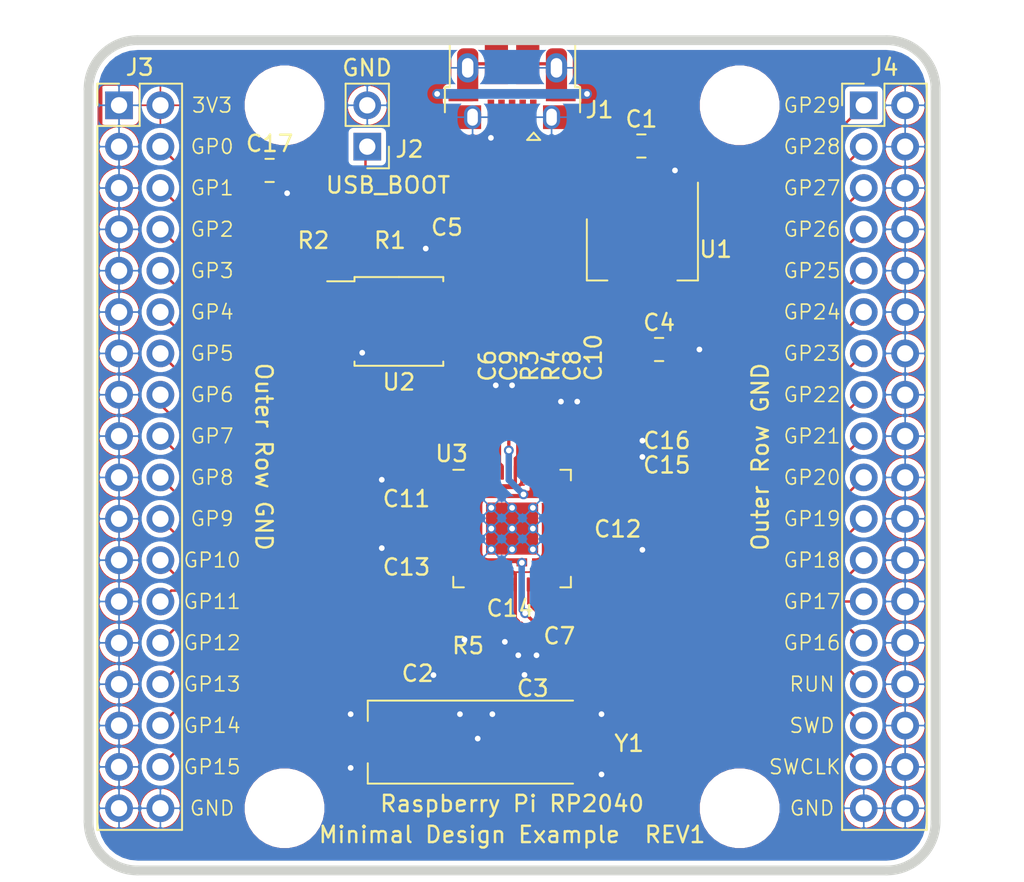
<source format=kicad_pcb>
(kicad_pcb (version 20221018) (generator pcbnew)
  (title_block (title "RP2040 Minimal Design Example") (date "2020-07-13") (rev "REV1") (company "Raspberry Pi (Trading) Ltd"))
  (layers (0 "F.Cu" signal) (31 "B.Cu" signal) (34 "B.Paste" user) (35 "F.Paste" user) (36 "B.SilkS" user "B.Silkscreen") (37 "F.SilkS" user "F.Silkscreen") (38 "B.Mask" user) (39 "F.Mask" user) (44 "Edge.Cuts" user))
  (net 0 "")
  (net 1 "GND")
  (net 2 "VBUS")
  (net 3 "/XIN")
  (net 4 "/XOUT")
  (net 5 "+3V3")
  (net 6 "+1V1")
  (net 7 "Net-(J1-Pad4)")
  (net 8 "/~{USB_BOOT}")
  (net 9 "/GPIO15")
  (net 10 "/GPIO14")
  (net 11 "/GPIO13")
  (net 12 "/GPIO12")
  (net 13 "/GPIO11")
  (net 14 "/GPIO10")
  (net 15 "/GPIO9")
  (net 16 "/GPIO8")
  (net 17 "/GPIO7")
  (net 18 "/GPIO6")
  (net 19 "/GPIO5")
  (net 20 "/GPIO4")
  (net 21 "/GPIO3")
  (net 22 "/GPIO2")
  (net 23 "/GPIO1")
  (net 24 "/GPIO0")
  (net 25 "/GPIO29_ADC3")
  (net 26 "/GPIO28_ADC2")
  (net 27 "/GPIO27_ADC1")
  (net 28 "/GPIO26_ADC0")
  (net 29 "/GPIO25")
  (net 30 "/GPIO24")
  (net 31 "/GPIO23")
  (net 32 "/GPIO22")
  (net 33 "/GPIO21")
  (net 34 "/GPIO20")
  (net 35 "/GPIO19")
  (net 36 "/GPIO18")
  (net 37 "/GPIO17")
  (net 38 "/GPIO16")
  (net 39 "/RUN")
  (net 40 "/SWD")
  (net 41 "/SWCLK")
  (net 42 "/QSPI_SS")
  (net 43 "Net-(R3-Pad2)")
  (net 44 "Net-(R4-Pad2)")
  (net 45 "/QSPI_SD3")
  (net 46 "/QSPI_SCLK")
  (net 47 "/QSPI_SD0")
  (net 48 "/QSPI_SD2")
  (net 49 "/QSPI_SD1")
  (net 50 "/USB_D+")
  (net 51 "/USB_D-")
  (net 52 "Net-(C3-Pad1)")
  (footprint "Capacitor_SMD:C_0805_2012Metric" (layer "F.Cu") (at 109.025 89)
    (fp_text reference "C4")
    (fp_text value "10u")
  )
  (footprint "RP2040_minimal:USB_Micro-B_Amphenol_10103594-0001LF_Horizontal_modified" (layer "F.Cu") (at 100 71.7 180)
    (fp_text reference "J1")
    (fp_text value "USB_B_Micro")
  )
  (footprint "Connector_PinHeader_2.54mm:PinHeader_1x02_P2.54mm_Vertical" (layer "F.Cu") (at 91.11 76.54 180)
    (fp_text reference "J2")
    (fp_text value "Conn_01x02")
  )
  (footprint "Connector_PinHeader_2.54mm:PinHeader_2x18_P2.54mm_Vertical" (layer "F.Cu") (at 75.87 74)
    (fp_text reference "J3")
    (fp_text value "Conn_02x18_Odd_Even")
  )
  (footprint "Capacitor_SMD:C_0402_1005Metric" (layer "F.Cu") (at 104 93.515 90)
    (fp_text reference "C10")
    (fp_text value "1u")
  )
  (footprint "Capacitor_SMD:C_0402_1005Metric" (layer "F.Cu") (at 103 93.515 90)
    (fp_text reference "C8")
    (fp_text value "1u")
  )
  (footprint "Capacitor_SMD:C_0402_1005Metric" (layer "F.Cu") (at 93.515 101.2 180)
    (fp_text reference "C13")
    (fp_text value "100n")
  )
  (footprint "Capacitor_SMD:C_0402_1005Metric" (layer "F.Cu") (at 96.185 82.83 180)
    (fp_text reference "C5")
    (fp_text value "100n")
  )
  (footprint "Capacitor_SMD:C_0402_1005Metric" (layer "F.Cu") (at 89.5 82.315 -90)
    (fp_text reference "R2")
    (fp_text value "DNF")
  )
  (footprint "Connector_PinHeader_2.54mm:PinHeader_2x18_P2.54mm_Vertical" (layer "F.Cu") (at 121.59 74)
    (fp_text reference "J4")
    (fp_text value "Conn_02x18_Odd_Even")
  )
  (footprint "Package_TO_SOT_SMD:SOT-223-3_TabPin2" (layer "F.Cu") (at 108 82.85 -90)
    (fp_text reference "U1")
    (fp_text value "NCP1117-3.3_SOT223")
  )
  (footprint "Package_SO:SOIC-8_5.23x5.23mm_P1.27mm" (layer "F.Cu") (at 93.05 87.275)
    (fp_text reference "U2")
    (fp_text value "W25Q128JVS")
  )
  (footprint "Capacitor_SMD:C_0402_1005Metric" (layer "F.Cu") (at 99.485 109)
    (fp_text reference "C3")
    (fp_text value "27p")
  )
  (footprint "Capacitor_SMD:C_0402_1005Metric" (layer "F.Cu") (at 91 82.315 90)
    (fp_text reference "R1")
    (fp_text value "1k")
  )
  (footprint "Capacitor_SMD:C_0402_1005Metric" (layer "F.Cu") (at 100 92.515 90)
    (fp_text reference "C9")
    (fp_text value "100n")
  )
  (footprint "Capacitor_SMD:C_0402_1005Metric" (layer "F.Cu") (at 106.485 101.2)
    (fp_text reference "C12")
    (fp_text value "100n")
  )
  (footprint "Capacitor_SMD:C_0402_1005Metric" (layer "F.Cu") (at 100.381 106.485 -90)
    (fp_text reference "C14")
    (fp_text value "100n")
  )
  (footprint "Capacitor_SMD:C_0402_1005Metric" (layer "F.Cu") (at 101 93.515 -90)
    (fp_text reference "R3")
    (fp_text value "27")
  )
  (footprint "Capacitor_SMD:C_0402_1005Metric" (layer "F.Cu") (at 101.5 106.485 -90)
    (fp_text reference "C7")
    (fp_text value "100n")
  )
  (footprint "Capacitor_SMD:C_0805_2012Metric" (layer "F.Cu") (at 107.9375 76.5)
    (fp_text reference "C1")
    (fp_text value "10u")
  )
  (footprint "Capacitor_SMD:C_0402_1005Metric" (layer "F.Cu") (at 93.515 97 180)
    (fp_text reference "C11")
    (fp_text value "100n")
  )
  (footprint "Capacitor_SMD:C_0402_1005Metric" (layer "F.Cu") (at 106.485 94.6)
    (fp_text reference "C16")
    (fp_text value "100n")
  )
  (footprint "RP2040_minimal:RP2040-QFN-56" (layer "F.Cu") (at 100 100)
    (fp_text reference "U3")
    (fp_text value "RP2040")
  )
  (footprint "Capacitor_SMD:C_0402_1005Metric" (layer "F.Cu") (at 96.515 109 180)
    (fp_text reference "C2")
    (fp_text value "27p")
  )
  (footprint "MountingHole:MountingHole_2.7mm_M2.5" (layer "F.Cu") (at 113.97 74)
    (fp_text reference "H2" hide)
    (fp_text value "MountingHole")
  )
  (footprint "Capacitor_SMD:C_0402_1005Metric" (layer "F.Cu") (at 102 93.515 -90)
    (fp_text reference "R4")
    (fp_text value "27")
  )
  (footprint "MountingHole:MountingHole_2.7mm_M2.5" (layer "F.Cu") (at 113.97 117.18)
    (fp_text reference "H3" hide)
    (fp_text value "MountingHole")
  )
  (footprint "Capacitor_SMD:C_0402_1005Metric" (layer "F.Cu") (at 99 92.515 90)
    (fp_text reference "C6")
    (fp_text value "100n")
  )
  (footprint "Capacitor_SMD:C_0402_1005Metric" (layer "F.Cu") (at 106.485 96)
    (fp_text reference "C15")
    (fp_text value "100n")
  )
  (footprint "Capacitor_SMD:C_0402_1005Metric" (layer "F.Cu") (at 98.7 107.115 -90)
    (fp_text reference "R5")
    (fp_text value "1k")
  )
  (footprint "MountingHole:MountingHole_2.7mm_M2.5" (layer "F.Cu") (at 86.03 74)
    (fp_text reference "H1" hide)
    (fp_text value "MountingHole")
  )
  (footprint "MountingHole:MountingHole_2.7mm_M2.5" (layer "F.Cu") (at 86.03 117.18)
    (fp_text reference "H4" hide)
    (fp_text value "MountingHole")
  )
  (footprint "RP2040_minimal:Crystal_SMD_HC49-US" (layer "F.Cu") (at 97.841 113.116)
    (fp_text reference "Y1")
    (fp_text value "ABLS-12.000MHZ-B4-T")
  )
  (footprint "Capacitor_SMD:C_0805_2012Metric" (layer "F.Cu") (at 85.115 78)
    (fp_text reference "C17")
    (fp_text value "10u")
  )
  (gr_line (start 123 121) (end 77 121) (stroke (width 0.6)) (layer "Edge.Cuts"))
  (gr_line (start 126 73) (end 126 118) (stroke (width 0.6)) (layer "Edge.Cuts"))
  (gr_line (start 77 70) (end 123 70) (stroke (width 0.6)) (layer "Edge.Cuts"))
  (gr_line (start 74 118) (end 74 73) (stroke (width 0.6)) (layer "Edge.Cuts"))
  (gr_arc (start 126 118) (mid 125.12132 120.12132) (end 123 121) (stroke (width 0.6)) (layer "Edge.Cuts"))
  (gr_arc (start 77 121) (mid 74.87868 120.12132) (end 74 118) (stroke (width 0.6)) (layer "Edge.Cuts"))
  (gr_arc (start 123 70) (mid 125.12132 70.87868) (end 126 73) (stroke (width 0.6)) (layer "Edge.Cuts"))
  (gr_arc (start 74 73) (mid 74.87868 70.87868) (end 77 70) (stroke (width 0.6)) (layer "Edge.Cuts"))
  (gr_text "GP1" (at 81.585 79.08) (layer "F.SilkS") (effects (font (size 0.9 0.9) (thickness 0.1))))
  (gr_text "GP2" (at 81.585 81.62) (layer "F.SilkS") (effects (font (size 0.9 0.9) (thickness 0.1))))
  (gr_text "GP3" (at 81.585 84.16) (layer "F.SilkS") (effects (font (size 0.9 0.9) (thickness 0.1))))
  (gr_text "GP4" (at 81.585 86.7) (layer "F.SilkS") (effects (font (size 0.9 0.9) (thickness 0.1))))
  (gr_text "GP5" (at 81.585 89.24) (layer "F.SilkS") (effects (font (size 0.9 0.9) (thickness 0.1))))
  (gr_text "GP6" (at 81.585 91.78) (layer "F.SilkS") (effects (font (size 0.9 0.9) (thickness 0.1))))
  (gr_text "GP7" (at 81.585 94.32) (layer "F.SilkS") (effects (font (size 0.9 0.9) (thickness 0.1))))
  (gr_text "GP8" (at 81.585 96.86) (layer "F.SilkS") (effects (font (size 0.9 0.9) (thickness 0.1))))
  (gr_text "GP9" (at 81.585 99.4) (layer "F.SilkS") (effects (font (size 0.9 0.9) (thickness 0.1))))
  (gr_text "GP11" (at 81.585 104.48) (layer "F.SilkS") (effects (font (size 0.9 0.9) (thickness 0.1))))
  (gr_text "GP10" (at 81.585 101.94) (layer "F.SilkS") (effects (font (size 0.9 0.9) (thickness 0.1))))
  (gr_text "GP12" (at 81.585 107.02) (layer "F.SilkS") (effects (font (size 0.9 0.9) (thickness 0.1))))
  (gr_text "GP13" (at 81.585 109.56) (layer "F.SilkS") (effects (font (size 0.9 0.9) (thickness 0.1))))
  (gr_text "GP15" (at 81.585 114.64) (layer "F.SilkS") (effects (font (size 0.9 0.9) (thickness 0.1))))
  (gr_text "GP14" (at 81.585 112.1) (layer "F.SilkS") (effects (font (size 0.9 0.9) (thickness 0.1))))
  (gr_text "GP28" (at 118.415 76.54) (layer "F.SilkS") (effects (font (size 0.9 0.9) (thickness 0.1))))
  (gr_text "GP27" (at 118.415 79.08) (layer "F.SilkS") (effects (font (size 0.9 0.9) (thickness 0.1))))
  (gr_text "GP26" (at 118.415 81.62) (layer "F.SilkS") (effects (font (size 0.9 0.9) (thickness 0.1))))
  (gr_text "GP25" (at 118.415 84.16) (layer "F.SilkS") (effects (font (size 0.9 0.9) (thickness 0.1))))
  (gr_text "GP24" (at 118.415 86.7) (layer "F.SilkS") (effects (font (size 0.9 0.9) (thickness 0.1))))
  (gr_text "GP23" (at 118.415 89.24) (layer "F.SilkS") (effects (font (size 0.9 0.9) (thickness 0.1))))
  (gr_text "GP21" (at 118.415 94.32) (layer "F.SilkS") (effects (font (size 0.9 0.9) (thickness 0.1))))
  (gr_text "GP20" (at 118.415 96.86) (layer "F.SilkS") (effects (font (size 0.9 0.9) (thickness 0.1))))
  (gr_text "GP19" (at 118.415 99.4) (layer "F.SilkS") (effects (font (size 0.9 0.9) (thickness 0.1))))
  (gr_text "GP17" (at 118.415 104.48) (layer "F.SilkS") (effects (font (size 0.9 0.9) (thickness 0.1))))
  (gr_text "GP22" (at 118.415 91.78) (layer "F.SilkS") (effects (font (size 0.9 0.9) (thickness 0.1))))
  (gr_text "GP18" (at 118.415 101.94) (layer "F.SilkS") (effects (font (size 0.9 0.9) (thickness 0.1))))
  (gr_text "SWCLK" (at 117.9705 114.64) (layer "F.SilkS") (effects (font (size 0.9 0.9) (thickness 0.1))))
  (gr_text "SWD" (at 118.415 112.1) (layer "F.SilkS") (effects (font (size 0.9 0.9) (thickness 0.1))))
  (gr_text "GP16" (at 118.415 107.02) (layer "F.SilkS") (effects (font (size 0.9 0.9) (thickness 0.1))))
  (gr_text "RUN" (at 118.415 109.56) (layer "F.SilkS") (effects (font (size 0.9 0.9) (thickness 0.1))))
  (gr_text "GND" (at 81.585 117.18) (layer "F.SilkS") (effects (font (size 0.9 0.9) (thickness 0.1))))
  (gr_text "GND" (at 118.415 117.18) (layer "F.SilkS") (effects (font (size 0.9 0.9) (thickness 0.1))))
  (gr_text "GP29" (at 118.415 74) (layer "F.SilkS") (effects (font (size 0.9 0.9) (thickness 0.1))))
  (gr_text "Outer Row GND" (at 84.76 95.59 270) (layer "F.SilkS") (effects (font (size 1 1))))
  (gr_text "Outer Row GND" (at 115.24 95.59 90) (layer "F.SilkS") (effects (font (size 1 1))))
  (gr_text "Raspberry Pi RP2040" (at 100 116.9) (layer "F.SilkS") (effects (font (size 1 1))))
  (gr_text "GND" (at 91.1 71.7) (layer "F.SilkS") (effects (font (size 1 1))))
  (gr_text "Minimal Design Example  REV1" (at 100 118.8) (layer "F.SilkS") (effects (font (size 1 1))))
  (gr_text "GP0" (at 81.585 76.54) (layer "F.SilkS") (effects (font (size 0.9 0.9) (thickness 0.1))))
  (gr_text "3V3" (at 81.585 74) (layer "F.SilkS") (effects (font (size 0.9 0.9) (thickness 0.1))))
  (gr_text "\nUSB_BOOT" (at 92.38 78.1) (layer "F.SilkS") (effects (font (size 1 1))))
  (segment (start 93.03 101.2) (end 92 101.2) (width 0.2) (layer "F.Cu") (net 1))
  (segment (start 100.96 71.45) (end 102.46 71.45) (width 0.2) (layer "F.Cu") (net 1))
  (segment (start 90.78 89.18) (end 90.8 89.2) (width 0.2) (layer "F.Cu") (net 1))
  (segment (start 89.45 89.18) (end 90.78 89.18) (width 0.2) (layer "F.Cu") (net 1))
  (segment (start 99.97 109) (end 100.7505 109) (width 0.15) (layer "F.Cu") (net 1))
  (segment (start 106.97 101.2) (end 107.075 101.305) (width 0.2) (layer "F.Cu") (net 1))
  (segment (start 98.7 74.6) (end 98.7 76) (width 0.2) (layer "F.Cu") (net 1))
  (segment (start 106.97 96) (end 107.6 96) (width 0.15) (layer "F.Cu") (net 1))
  (segment (start 104 93.03) (end 104 92.2) (width 0.2) (layer "F.Cu") (net 1))
  (segment (start 101.5 106.97) (end 101.5 107.782004) (width 0.2) (layer "F.Cu") (net 1))
  (segment (start 107.6 96) (end 108 95.6) (width 0.15) (layer "F.Cu") (net 1))
  (segment (start 103 93.03) (end 103 92.2) (width 0.2) (layer "F.Cu") (net 1))
  (segment (start 100.381 107.781984) (end 100.380994 107.78199) (width 0.2) (layer "F.Cu") (net 1))
  (segment (start 99 113.35) (end 99 114.4) (width 0.2) (layer "F.Cu") (net 1))
  (segment (start 99 104.6545) (end 97.079 106.5755) (width 0.15) (layer "F.Cu") (net 1))
  (segment (start 100 92.03) (end 100 91.2) (width 0.2) (layer "F.Cu") (net 1))
  (segment (start 96.03 109) (end 95.174 109) (width 0.2) (layer "F.Cu") (net 1))
  (segment (start 99.97 109) (end 99.97 108.68) (width 0.15) (layer "F.Cu") (net 1))
  (segment (start 99 103.4375) (end 99 104.6545) (width 0.15) (layer "F.Cu") (net 1))
  (segment (start 95.375 82.8) (end 94.7 82.8) (width 0.2) (layer "F.Cu") (net 1))
  (segment (start 93.03 97) (end 92 97) (width 0.2) (layer "F.Cu") (net 1))
  (segment (start 110.3 78.3) (end 110 78) (width 0.2) (layer "F.Cu") (net 1))
  (segment (start 100.381 106.97) (end 100.381 107.781984) (width 0.2) (layer "F.Cu") (net 1))
  (segment (start 99.04 71.45) (end 97.54 71.45) (width 0.2) (layer "F.Cu") (net 1))
  (segment (start 97.079 106.5755) (end 97.079 106.8295) (width 0.15) (layer "F.Cu") (net 1))
  (segment (start 107.075 101.305) (end 108 101.305) (width 0.2) (layer "F.Cu") (net 1))
  (segment (start 108.875 76.5) (end 108.875 76.875) (width 0.2) (layer "F.Cu") (net 1))
  (segment (start 106.97 94.6) (end 108 94.6) (width 0.2) (layer "F.Cu") (net 1))
  (segment (start 95.7 82.83) (end 95.405 82.83) (width 0.2) (layer "F.Cu") (net 1))
  (segment (start 110.05 89) (end 111.5 89) (width 0.2) (layer "F.Cu") (net 1))
  (segment (start 102.46 71.45) (end 102.73 71.72) (width 0.2) (layer "F.Cu") (net 1))
  (segment (start 96.8 111.65) (end 96.8 110.599974) (width 0.2) (layer "F.Cu") (net 1))
  (segment (start 86.19 79) (end 86.19 79.1) (width 0.15) (layer "F.Cu") (net 1))
  (segment (start 99 92.03) (end 99 91.200008) (width 0.2) (layer "F.Cu") (net 1))
  (segment (start 99.5555 108.2655) (end 99.5555 108.0995) (width 0.15) (layer "F.Cu") (net 1))
  (segment (start 100.7505 109) (end 100.762 108.9885) (width 0.15) (layer "F.Cu") (net 1))
  (segment (start 86.14 78) (end 86.14 79.25) (width 0.15) (layer "F.Cu") (net 1))
  (segment (start 97.54 71.45) (end 97.27 71.72) (width 0.2) (layer "F.Cu") (net 1))
  (segment (start 99.97 108.68) (end 99.5555 108.2655) (width 0.15) (layer "F.Cu") (net 1))
  (segment (start 86.14 78.95) (end 86.19 79) (width 0.15) (layer "F.Cu") (net 1))
  (segment (start 110.3 79.7) (end 110.3 78.3) (width 0.2) (layer "F.Cu") (net 1))
  (segment (start 108.875 76.875) (end 110 78) (width 0.2) (layer "F.Cu") (net 1))
  (segment (start 95.405 82.83) (end 95.375 82.8) (width 0.2) (layer "F.Cu") (net 1))
  (via (at 99.5555 106.9565) (size 0.6) (drill 0.35) (layers "F.Cu" "B.Cu") (net 1))
  (via (at 97.89 112.9) (size 0.6) (drill 0.35) (layers "F.Cu" "B.Cu") (net 1))
  (via (at 98.79 111.4) (size 0.6) (drill 0.35) (layers "F.Cu" "B.Cu") (net 1))
  (via (at 90.09 114.7) (size 0.6) (drill 0.35) (layers "F.Cu" "B.Cu") (net 1))
  (via (at 90.09 111.4) (size 0.6) (drill 0.35) (layers "F.Cu" "B.Cu") (net 1))
  (via (at 105.49 111.4) (size 0.6) (drill 0.35) (layers "F.Cu" "B.Cu") (net 1))
  (via (at 104 92.2) (size 0.6) (drill 0.35) (layers "F.Cu" "B.Cu") (net 1))
  (via (at 101.5 107.782004) (size 0.6) (drill 0.35) (layers "F.Cu" "B.Cu") (net 1))
  (via (at 100.762 108.9885) (size 0.6) (drill 0.35) (layers "F.Cu" "B.Cu") (net 1))
  (via (at 105.49 115.1) (size 0.6) (drill 0.35) (layers "F.Cu" "B.Cu") (net 1))
  (via (at 108 94.6) (size 0.6) (drill 0.35) (layers "F.Cu" "B.Cu") (net 1))
  (via (at 92 97) (size 0.6) (drill 0.35) (layers "F.Cu" "B.Cu") (net 1))
  (via (at 103 92.2) (size 0.6) (drill 0.35) (layers "F.Cu" "B.Cu") (net 1))
  (via (at 111.5 89) (size 0.6) (drill 0.35) (layers "F.Cu" "B.Cu") (net 1))
  (via (at 97.079 106.8295) (size 0.6) (drill 0.35) (layers "F.Cu" "B.Cu") (net 1))
  (via (at 100.380994 107.78199) (size 0.6) (drill 0.35) (layers "F.Cu" "B.Cu") (net 1))
  (via (at 98.7 76) (size 0.6) (drill 0.35) (layers "F.Cu" "B.Cu") (net 1))
  (via (at 94.7 82.8) (size 0.6) (drill 0.35) (layers "F.Cu" "B.Cu") (net 1))
  (via (at 86.19 79.4) (size 0.6) (drill 0.35) (layers "F.Cu" "B.Cu") (net 1))
  (via (at 99 91.200008) (size 0.6) (drill 0.35) (layers "F.Cu" "B.Cu") (net 1))
  (via (at 95.174 109) (size 0.6) (drill 0.35) (layers "F.Cu" "B.Cu") (net 1))
  (via (at 108 95.6) (size 0.6) (drill 0.35) (layers "F.Cu" "B.Cu") (net 1))
  (via (at 90.8 89.2) (size 0.6) (drill 0.35) (layers "F.Cu" "B.Cu") (net 1))
  (via (at 110 78) (size 0.6) (drill 0.35) (layers "F.Cu" "B.Cu") (net 1))
  (via (at 100 91.2) (size 0.6) (drill 0.35) (layers "F.Cu" "B.Cu") (net 1))
  (via (at 92 101.2) (size 0.6) (drill 0.35) (layers "F.Cu" "B.Cu") (net 1))
  (via (at 96.8 111.4) (size 0.6) (drill 0.35) (layers "F.Cu" "B.Cu") (net 1))
  (via (at 108 101.305) (size 0.6) (drill 0.35) (layers "F.Cu" "B.Cu") (net 1))
  (segment (start 103.299999 92.499999) (end 103 92.2) (width 0.2) (layer "B.Cu") (net 1))
  (segment (start 103.8 93) (end 103.299999 92.499999) (width 0.2) (layer "B.Cu") (net 1))
  (segment (start 104 93) (end 103.8 93) (width 0.2) (layer "B.Cu") (net 1))
  (segment (start 101.3 74.525) (end 101.3 75.5) (width 0.4) (layer "F.Cu") (net 2))
  (segment (start 101.3 75.5) (end 102.1 76.3) (width 0.4) (layer "F.Cu") (net 2))
  (segment (start 97.6505 109.6505) (end 97.6505 111.7825) (width 0.15) (layer "F.Cu") (net 3))
  (segment (start 97.6505 111.7825) (end 96.317 113.116) (width 0.15) (layer "F.Cu") (net 3))
  (segment (start 97 109) (end 97.6505 109.6505) (width 0.15) (layer "F.Cu") (net 3))
  (segment (start 97.8 108.2) (end 97 109) (width 0.15) (layer "F.Cu") (net 3))
  (segment (start 99.4 103.4375) (end 99.4 104.937861) (width 0.15) (layer "F.Cu") (net 3))
  (segment (start 97.8 106.537861) (end 97.8 108.2) (width 0.15) (layer "F.Cu") (net 3))
  (segment (start 96.317 113.116) (end 93.341 113.116) (width 0.15) (layer "F.Cu") (net 3))
  (segment (start 99.4 104.937861) (end 97.8 106.537861) (width 0.15) (layer "F.Cu") (net 3))
  (segment (start 98.7 106.2) (end 98.7 106.63) (width 0.15) (layer "F.Cu") (net 4))
  (segment (start 99.8 103.4375) (end 99.8 105.1) (width 0.15) (layer "F.Cu") (net 4))
  (segment (start 99.8 105.1) (end 98.7 106.2) (width 0.15) (layer "F.Cu") (net 4))
  (segment (start 100.6 95.799998) (end 100.350001 95.549999) (width 0.2) (layer "F.Cu") (net 5))
  (segment (start 102.2 96.1) (end 103.6 94.7) (width 0.2) (layer "F.Cu") (net 5))
  (segment (start 100 93.762534) (end 100.350001 94.112535) (width 0.2) (layer "F.Cu") (net 5))
  (segment (start 100.350001 95.549999) (end 100.2 95.7) (width 0.2) (layer "F.Cu") (net 5))
  (segment (start 96.65 82.85) (end 96.67 82.83) (width 0.2) (layer "F.Cu") (net 5))
  (segment (start 101.096505 108.307005) (end 102.141995 108.307005) (width 0.15) (layer "F.Cu") (net 5))
  (segment (start 103.4375 101) (end 102.6 101) (width 0.2) (layer "F.Cu") (net 5))
  (segment (start 100.2 103.4375) (end 100.2 102.8) (width 0.2) (layer "F.Cu") (net 5))
  (segment (start 94.2 101) (end 94 101.2) (width 0.2) (layer "F.Cu") (net 5))
  (segment (start 108 86) (end 108 89) (width 0.2) (layer "F.Cu") (net 5))
  (segment (start 96.65 85.37) (end 96.65 82.85) (width 0.2) (layer "F.Cu") (net 5))
  (segment (start 100.2 102.8) (end 100 102.6) (width 0.2) (layer "F.Cu") (net 5))
  (segment (start 100.381 106) (end 100.701 106) (width 0.15) (layer "F.Cu") (net 5))
  (segment (start 96.5625 97.4) (end 97.4 97.4) (width 0.2) (layer "F.Cu") (net 5))
  (segment (start 100 93) (end 100 93.762534) (width 0.2) (layer "F.Cu") (net 5))
  (segment (start 100.2 105.5055) (end 100.381 105.6865) (width 0.2) (layer "F.Cu") (net 5))
  (segment (start 102.2 96.5625) (end 102.2 96.1) (width 0.2) (layer "F.Cu") (net 5))
  (segment (start 100.350001 94.112535) (end 100.350001 95.549999) (width 0.2) (layer "F.Cu") (net 5))
  (segment (start 100.2 96.5625) (end 100.2 97.4) (width 0.2) (layer "F.Cu") (net 5))
  (segment (start 96.5625 101) (end 94.2 101) (width 0.2) (layer "F.Cu") (net 5))
  (segment (start 103.4375 101) (end 105.8 101) (width 0.2) (layer "F.Cu") (net 5))
  (segment (start 100.701 106) (end 100.9525 106.2515) (width 0.15) (layer "F.Cu") (net 5))
  (segment (start 100.6 97.2) (end 100.4 97.4) (width 0.2) (layer "F.Cu") (net 5))
  (segment (start 100.9525 106.2515) (end 100.9525 108.163) (width 0.15) (layer "F.Cu") (net 5))
  (segment (start 102.6 96.5625) (end 102.6 97.4) (width 0.2) (layer "F.Cu") (net 5))
  (segment (start 74.7 72.9) (end 74.7 75.2) (width 0.3) (layer "F.Cu") (net 5))
  (segment (start 100.381 105.6865) (end 100.381 106) (width 0.2) (layer "F.Cu") (net 5))
  (segment (start 100.9525 108.163) (end 101.096505 108.307005) (width 0.15) (layer "F.Cu") (net 5))
  (segment (start 100.6 96.5625) (end 100.6 97.2) (width 0.2) (layer "F.Cu") (net 5))
  (segment (start 103.4375 97.4) (end 102.6 97.4) (width 0.2) (layer "F.Cu") (net 5))
  (segment (start 100.2 103.4375) (end 100.2 105.5055) (width 0.2) (layer "F.Cu") (net 5))
  (segment (start 102.2 96.5625) (end 102.2 97.2) (width 0.2) (layer "F.Cu") (net 5))
  (segment (start 100.6 96.5625) (end 100.6 95.799998) (width 0.2) (layer "F.Cu") (net 5))
  (segment (start 100.2 97.4) (end 100.2 97) (width 0.2) (layer "F.Cu") (net 5))
  (segment (start 96.5625 97.4) (end 95.7 97.4) (width 0.2) (layer "F.Cu") (net 5))
  (segment (start 105.8 101) (end 106 101.2) (width 0.2) (layer "F.Cu") (net 5))
  (segment (start 96.5625 101) (end 97.4 101) (width 0.2) (layer "F.Cu") (net 5))
  (segment (start 102.2 97.2) (end 102.4 97.4) (width 0.2) (layer "F.Cu") (net 5))
  (segment (start 100.2 95.7) (end 100.2 96.5625) (width 0.2) (layer "F.Cu") (net 5))
  (via (at 95.4 73.3) (size 0.6) (drill 0.35) (layers "F.Cu" "B.Cu") (net 5))
  (via (at 104.6 73.3) (size 0.6) (drill 0.35) (layers "F.Cu" "B.Cu") (net 5))
  (segment (start 104.6 73.3) (end 95.4 73.3) (width 0.6) (layer "B.Cu") (net 5))
  (segment (start 99.8 96.5625) (end 99.8 95.199994) (width 0.2) (layer "F.Cu") (net 6))
  (segment (start 99.8 94.095) (end 99.8 94.77573) (width 0.2) (layer "F.Cu") (net 6))
  (segment (start 101.8 96.5625) (end 101.8 95.8) (width 0.2) (layer "F.Cu") (net 6))
  (segment (start 99 93.295) (end 99.8 94.095) (width 0.2) (layer "F.Cu") (net 6))
  (segment (start 101.5 105.9) (end 100.8 105.2) (width 0.2) (layer "F.Cu") (net 6))
  (segment (start 100.5 97.9) (end 100.7 97.9) (width 0.15) (layer "F.Cu") (net 6))
  (segment (start 101.8 95.8) (end 103 94.6) (width 0.2) (layer "F.Cu") (net 6))
  (segment (start 100.6 103.4375) (end 100.6 105) (width 0.2) (layer "F.Cu") (net 6))
  (segment (start 103 94.6) (end 103 94) (width 0.2) (layer "F.Cu") (net 6))
  (segment (start 99 93) (end 99 93.295) (width 0.2) (layer "F.Cu") (net 6))
  (segment (start 101.8 96.5625) (end 101.8 97.4) (width 0.2) (layer "F.Cu") (net 6))
  (segment (start 100.6 105) (end 100.8 105.2) (width 0.2) (layer "F.Cu") (net 6))
  (segment (start 100.4 98) (end 100.5 97.9) (width 0.15) (layer "F.Cu") (net 6))
  (segment (start 99.8 94.77573) (end 99.8 95.199994) (width 0.2) (layer "F.Cu") (net 6))
  (segment (start 101.5 106) (end 101.5 105.9) (width 0.2) (layer "F.Cu") (net 6))
  (via (at 99.8 95.199994) (size 0.6) (drill 0.35) (layers "F.Cu" "B.Cu") (net 6))
  (via (at 100.59997 102.1) (size 0.6) (drill 0.35) (layers "F.Cu" "B.Cu") (net 6))
  (via (at 100.7 97.9) (size 0.6) (drill 0.35) (layers "F.Cu" "B.Cu") (net 6))
  (via (at 100.8 105.2) (size 0.6) (drill 0.35) (layers "F.Cu" "B.Cu") (net 6))
  (segment (start 100.8 105.2) (end 100.59 104.99) (width 0.4) (layer "B.Cu") (net 6))
  (segment (start 99.8 97.01) (end 100.69 97.9) (width 0.4) (layer "B.Cu") (net 6))
  (segment (start 99.8 95.199994) (end 99.8 97.01) (width 0.4) (layer "B.Cu") (net 6))
  (segment (start 100.59 102.10997) (end 100.59997 102.1) (width 0.4) (layer "B.Cu") (net 6))
  (segment (start 100.59 104.99) (end 100.59 102.10997) (width 0.4) (layer "B.Cu") (net 6))
  (segment (start 100.69 97.9) (end 100.7 97.9) (width 0.4) (layer "B.Cu") (net 6))
  (segment (start 91 81.83) (end 91 76.65) (width 0.15) (layer "F.Cu") (net 8))
  (segment (start 91 76.65) (end 91.11 76.54) (width 0.15) (layer "F.Cu") (net 8))
  (segment (start 98.6 104.437861) (end 96.687861 106.35) (width 0.15) (layer "F.Cu") (net 9))
  (segment (start 96.687861 106.35) (end 86.7 106.35) (width 0.15) (layer "F.Cu") (net 9))
  (segment (start 98.6 103.4375) (end 98.6 104.437861) (width 0.15) (layer "F.Cu") (net 9))
  (segment (start 86.7 106.35) (end 78.41 114.64) (width 0.15) (layer "F.Cu") (net 9))
  (segment (start 96.675 105.715) (end 84.795 105.715) (width 0.15) (layer "F.Cu") (net 10))
  (segment (start 84.795 105.715) (end 78.41 112.1) (width 0.15) (layer "F.Cu") (net 10))
  (segment (start 98.2 103.4375) (end 98.2 104.19) (width 0.15) (layer "F.Cu") (net 10))
  (segment (start 98.2 104.19) (end 96.675 105.715) (width 0.15) (layer "F.Cu") (net 10))
  (segment (start 82.89 105.08) (end 78.41 109.56) (width 0.15) (layer "F.Cu") (net 11))
  (segment (start 96.595 105.08) (end 82.89 105.08) (width 0.15) (layer "F.Cu") (net 11))
  (segment (start 97.8 103.875) (end 96.595 105.08) (width 0.15) (layer "F.Cu") (net 11))
  (segment (start 97.8 103.4375) (end 97.8 103.875) (width 0.15) (layer "F.Cu") (net 11))
  (segment (start 97.0975 103.5375) (end 96.19 104.445) (width 0.15) (layer "F.Cu") (net 12))
  (segment (start 96.19 104.445) (end 80.985 104.445) (width 0.15) (layer "F.Cu") (net 12))
  (segment (start 80.985 104.445) (end 78.41 107.02) (width 0.15) (layer "F.Cu") (net 12))
  (segment (start 97.4 103.4375) (end 97.3 103.5375) (width 0.15) (layer "F.Cu") (net 12))
  (segment (start 97.3 103.5375) (end 97.0975 103.5375) (width 0.15) (layer "F.Cu") (net 12))
  (segment (start 79.08 103.81) (end 78.41 104.48) (width 0.15) (layer "F.Cu") (net 13))
  (segment (start 96.13 102.6) (end 94.92 103.81) (width 0.15) (layer "F.Cu") (net 13))
  (segment (start 94.92 103.81) (end 79.08 103.81) (width 0.15) (layer "F.Cu") (net 13))
  (segment (start 96.5625 102.6) (end 96.13 102.6) (width 0.15) (layer "F.Cu") (net 13))
  (segment (start 96.5625 102.2) (end 95.26 102.2) (width 0.15) (layer "F.Cu") (net 14))
  (segment (start 79.645 103.175) (end 78.41 101.94) (width 0.15) (layer "F.Cu") (net 14))
  (segment (start 95.26 102.2) (end 94.285 103.175) (width 0.15) (layer "F.Cu") (net 14))
  (segment (start 94.285 103.175) (end 79.645 103.175) (width 0.15) (layer "F.Cu") (net 14))
  (segment (start 96.5625 101.8) (end 95.025 101.8) (width 0.15) (layer "F.Cu") (net 15))
  (segment (start 94.285 102.54) (end 81.55 102.54) (width 0.15) (layer "F.Cu") (net 15))
  (segment (start 81.55 102.54) (end 78.41 99.4) (width 0.15) (layer "F.Cu") (net 15))
  (segment (start 95.025 101.8) (end 94.285 102.54) (width 0.15) (layer "F.Cu") (net 15))
  (segment (start 94.285 101.905) (end 83.455 101.905) (width 0.15) (layer "F.Cu") (net 16))
  (segment (start 94.79 101.4) (end 94.285 101.905) (width 0.15) (layer "F.Cu") (net 16))
  (segment (start 96.5625 101.4) (end 94.79 101.4) (width 0.15) (layer "F.Cu") (net 16))
  (segment (start 83.455 101.905) (end 78.41 96.86) (width 0.15) (layer "F.Cu") (net 16))
  (segment (start 96.5625 100.6) (end 84.69 100.6) (width 0.15) (layer "F.Cu") (net 17))
  (segment (start 84.69 100.6) (end 78.41 94.32) (width 0.15) (layer "F.Cu") (net 17))
  (segment (start 86.23 100.2) (end 78.41 92.38) (width 0.15) (layer "F.Cu") (net 18))
  (segment (start 78.41 92.38) (end 78.41 91.78) (width 0.15) (layer "F.Cu") (net 18))
  (segment (start 96.5625 100.2) (end 86.23 100.2) (width 0.15) (layer "F.Cu") (net 18))
  (segment (start 79.68 90.51) (end 78.41 89.24) (width 0.15) (layer "F.Cu") (net 19))
  (segment (start 87.1 99.8) (end 79.68 92.38) (width 0.15) (layer "F.Cu") (net 19))
  (segment (start 79.68 92.38) (end 79.68 90.51) (width 0.15) (layer "F.Cu") (net 19))
  (segment (start 96.5625 99.8) (end 87.1 99.8) (width 0.15) (layer "F.Cu") (net 19))
  (segment (start 80.95 89.24) (end 78.41 86.7) (width 0.15) (layer "F.Cu") (net 20))
  (segment (start 87.97 99.4) (end 80.95 92.38) (width 0.15) (layer "F.Cu") (net 20))
  (segment (start 96.5625 99.4) (end 87.97 99.4) (width 0.15) (layer "F.Cu") (net 20))
  (segment (start 80.95 92.38) (end 80.95 89.24) (width 0.15) (layer "F.Cu") (net 20))
  (segment (start 78.4275 84.16) (end 78.41 84.16) (width 0.15) (layer "F.Cu") (net 21))
  (segment (start 82.22 87.9525) (end 78.4275 84.16) (width 0.15) (layer "F.Cu") (net 21))
  (segment (start 82.22 92.38) (end 82.22 87.9525) (width 0.15) (layer "F.Cu") (net 21))
  (segment (start 96.5625 99) (end 88.84 99) (width 0.15) (layer "F.Cu") (net 21))
  (segment (start 88.84 99) (end 82.22 92.38) (width 0.15) (layer "F.Cu") (net 21))
  (segment (start 78.4275 81.62) (end 78.41 81.62) (width 0.15) (layer "F.Cu") (net 22))
  (segment (start 89.71 98.6) (end 83.49 92.38) (width 0.15) (layer "F.Cu") (net 22))
  (segment (start 96.5625 98.6) (end 89.71 98.6) (width 0.15) (layer "F.Cu") (net 22))
  (segment (start 83.49 86.6825) (end 78.4275 81.62) (width 0.15) (layer "F.Cu") (net 22))
  (segment (start 83.49 92.38) (end 83.49 86.6825) (width 0.15) (layer "F.Cu") (net 22))
  (segment (start 96.5625 98.2) (end 90.58 98.2) (width 0.15) (layer "F.Cu") (net 23))
  (segment (start 84.76 92.38) (end 84.76 85.4125) (width 0.15) (layer "F.Cu") (net 23))
  (segment (start 78.4275 79.08) (end 78.41 79.08) (width 0.15) (layer "F.Cu") (net 23))
  (segment (start 84.76 85.4125) (end 78.4275 79.08) (width 0.15) (layer "F.Cu") (net 23))
  (segment (start 90.58 98.2) (end 84.76 92.38) (width 0.15) (layer "F.Cu") (net 23))
  (segment (start 86.03 84.16) (end 78.41 76.54) (width 0.15) (layer "F.Cu") (net 24))
  (segment (start 96.5625 97.8) (end 91.45 97.8) (width 0.15) (layer "F.Cu") (net 24))
  (segment (start 91.45 97.8) (end 86.03 92.38) (width 0.15) (layer "F.Cu") (net 24))
  (segment (start 86.03 92.38) (end 86.03 84.16) (width 0.15) (layer "F.Cu") (net 24))
  (segment (start 103.4375 97.8) (end 106.645 97.8) (width 0.15) (layer "F.Cu") (net 25))
  (segment (start 106.645 97.8) (end 112.065 92.38) (width 0.15) (layer "F.Cu") (net 25))
  (segment (start 112.065 83.51625) (end 121.58125 74) (width 0.15) (layer "F.Cu") (net 25))
  (segment (start 121.58125 74) (end 121.59 74) (width 0.15) (layer "F.Cu") (net 25))
  (segment (start 112.065 92.38) (end 112.065 83.51625) (width 0.15) (layer "F.Cu") (net 25))
  (segment (start 107.515 98.2) (end 113.335 92.38) (width 0.15) (layer "F.Cu") (net 26))
  (segment (start 113.335 84.795) (end 120.93 77.2) (width 0.15) (layer "F.Cu") (net 26))
  (segment (start 113.335 92.38) (end 113.335 84.795) (width 0.15) (layer "F.Cu") (net 26))
  (segment (start 120.93 77.2) (end 121.59 76.54) (width 0.15) (layer "F.Cu") (net 26))
  (segment (start 103.4375 98.2) (end 107.515 98.2) (width 0.15) (layer "F.Cu") (net 26))
  (segment (start 108.385 98.6) (end 114.605 92.38) (width 0.15) (layer "F.Cu") (net 27))
  (segment (start 114.605 86.065) (end 120.92 79.75) (width 0.15) (layer "F.Cu") (net 27))
  (segment (start 103.4375 98.6) (end 108.385 98.6) (width 0.15) (layer "F.Cu") (net 27))
  (segment (start 120.92 79.75) (end 121.59 79.08) (width 0.15) (layer "F.Cu") (net 27))
  (segment (start 114.605 92.38) (end 114.605 86.065) (width 0.15) (layer "F.Cu") (net 27))
  (segment (start 103.4375 99) (end 109.2725 99) (width 0.15) (layer "F.Cu") (net 28))
  (segment (start 120.92 82.29) (end 121.59 81.62) (width 0.15) (layer "F.Cu") (net 28))
  (segment (start 115.875 87.335) (end 120.92 82.29) (width 0.15) (layer "F.Cu") (net 28))
  (segment (start 115.875 92.3975) (end 115.875 87.335) (width 0.15) (layer "F.Cu") (net 28))
  (segment (start 109.2725 99) (end 115.875 92.3975) (width 0.15) (layer "F.Cu") (net 28))
  (segment (start 120.92 84.83) (end 121.59 84.16) (width 0.15) (layer "F.Cu") (net 29))
  (segment (start 117.145 92.38) (end 117.145 88.605) (width 0.15) (layer "F.Cu") (net 29))
  (segment (start 110.125 99.4) (end 117.145 92.38) (width 0.15) (layer "F.Cu") (net 29))
  (segment (start 103.4375 99.4) (end 110.125 99.4) (width 0.15) (layer "F.Cu") (net 29))
  (segment (start 117.145 88.605) (end 120.92 84.83) (width 0.15) (layer "F.Cu") (net 29))
  (segment (start 118.415 89.875) (end 120.92 87.37) (width 0.15) (layer "F.Cu") (net 30))
  (segment (start 110.995 99.8) (end 118.415 92.38) (width 0.15) (layer "F.Cu") (net 30))
  (segment (start 103.4375 99.8) (end 110.995 99.8) (width 0.15) (layer "F.Cu") (net 30))
  (segment (start 118.415 92.38) (end 118.415 89.875) (width 0.15) (layer "F.Cu") (net 30))
  (segment (start 120.92 87.37) (end 121.59 86.7) (width 0.15) (layer "F.Cu") (net 30))
  (segment (start 119.685 92.38) (end 111.865 100.2) (width 0.15) (layer "F.Cu") (net 31))
  (segment (start 121.59 89.24) (end 119.685 91.145) (width 0.15) (layer "F.Cu") (net 31))
  (segment (start 111.865 100.2) (end 105.2 100.2) (width 0.15) (layer "F.Cu") (net 31))
  (segment (start 119.685 91.145) (end 119.685 92.38) (width 0.15) (layer "F.Cu") (net 31))
  (segment (start 105.2 100.2) (end 103.4375 100.2) (width 0.15) (layer "F.Cu") (net 31))
  (segment (start 103.4375 100.6) (end 112.77 100.6) (width 0.15) (layer "F.Cu") (net 32))
  (segment (start 120.32 93.05) (end 121.59 91.78) (width 0.15) (layer "F.Cu") (net 32))
  (segment (start 112.77 100.6) (end 120.32 93.05) (width 0.15) (layer "F.Cu") (net 32))
  (segment (start 113.97 101.94) (end 120.32 95.59) (width 0.15) (layer "F.Cu") (net 33))
  (segment (start 105.10875 101.94) (end 113.97 101.94) (width 0.15) (layer "F.Cu") (net 33))
  (segment (start 103.4375 101.4) (end 104.56875 101.4) (width 0.15) (layer "F.Cu") (net 33))
  (segment (start 120.32 95.59) (end 121.59 94.32) (width 0.15) (layer "F.Cu") (net 33))
  (segment (start 104.56875 101.4) (end 105.10875 101.94) (width 0.15) (layer "F.Cu") (net 33))
  (segment (start 105.08 102.575) (end 115.875 102.575) (width 0.15) (layer "F.Cu") (net 34))
  (segment (start 115.875 102.575) (end 120.32 98.13) (width 0.15) (layer "F.Cu") (net 34))
  (segment (start 120.32 98.13) (end 121.59 96.86) (width 0.15) (layer "F.Cu") (net 34))
  (segment (start 103.4375 101.8) (end 104.305 101.8) (width 0.15) (layer "F.Cu") (net 34))
  (segment (start 104.305 101.8) (end 105.08 102.575) (width 0.15) (layer "F.Cu") (net 34))
  (segment (start 117.78 103.21) (end 120.32 100.67) (width 0.15) (layer "F.Cu") (net 35))
  (segment (start 120.32 100.67) (end 121.59 99.4) (width 0.15) (layer "F.Cu") (net 35))
  (segment (start 104.07 102.2) (end 105.08 103.21) (width 0.15) (layer "F.Cu") (net 35))
  (segment (start 105.08 103.21) (end 117.78 103.21) (width 0.15) (layer "F.Cu") (net 35))
  (segment (start 103.4375 102.2) (end 104.07 102.2) (width 0.15) (layer "F.Cu") (net 35))
  (segment (start 121.59 101.94) (end 119.685 103.845) (width 0.15) (layer "F.Cu") (net 36))
  (segment (start 105.08 103.845) (end 103.835 102.6) (width 0.15) (layer "F.Cu") (net 36))
  (segment (start 119.685 103.845) (end 105.08 103.845) (width 0.15) (layer "F.Cu") (net 36))
  (segment (start 103.835 102.6) (end 103.4375 102.6) (width 0.15) (layer "F.Cu") (net 36))
  (segment (start 102.6 103.4375) (end 103.342681 103.4375) (width 0.15) (layer "F.Cu") (net 37))
  (segment (start 103.342681 103.4375) (end 104.385181 104.48) (width 0.15) (layer "F.Cu") (net 37))
  (segment (start 104.385181 104.48) (end 121.59 104.48) (width 0.15) (layer "F.Cu") (net 37))
  (segment (start 103.315 105.115) (end 102.2 104) (width 0.15) (layer "F.Cu") (net 38))
  (segment (start 119.685 105.115) (end 103.315 105.115) (width 0.15) (layer "F.Cu") (net 38))
  (segment (start 102.2 104) (end 102.2 103.4375) (width 0.15) (layer "F.Cu") (net 38))
  (segment (start 121.59 107.02) (end 119.685 105.115) (width 0.15) (layer "F.Cu") (net 38))
  (segment (start 117.78 105.75) (end 103.35 105.75) (width 0.15) (layer "F.Cu") (net 39))
  (segment (start 121.59 109.56) (end 117.78 105.75) (width 0.15) (layer "F.Cu") (net 39))
  (segment (start 103.35 105.75) (end 101.8 104.2) (width 0.15) (layer "F.Cu") (net 39))
  (segment (start 101.8 104.2) (end 101.8 103.4375) (width 0.15) (layer "F.Cu") (net 39))
  (segment (start 101.4 104.4) (end 101.4 103.4375) (width 0.15) (layer "F.Cu") (net 40))
  (segment (start 115.875 106.385) (end 103.385 106.385) (width 0.15) (layer "F.Cu") (net 40))
  (segment (start 103.385 106.385) (end 101.4 104.4) (width 0.15) (layer "F.Cu") (net 40))
  (segment (start 121.59 112.1) (end 115.875 106.385) (width 0.15) (layer "F.Cu") (net 40))
  (segment (start 103.408501 107.02) (end 101 104.611499) (width 0.15) (layer "F.Cu") (net 41))
  (segment (start 121.59 114.64) (end 113.97 107.02) (width 0.15) (layer "F.Cu") (net 41))
  (segment (start 113.97 107.02) (end 103.408501 107.02) (width 0.15) (layer "F.Cu") (net 41))
  (segment (start 101 104.611499) (end 101 103.4375) (width 0.15) (layer "F.Cu") (net 41))
  (segment (start 89.5 82.8) (end 91 82.8) (width 0.15) (layer "F.Cu") (net 42))
  (segment (start 87.5 90.2) (end 88.6 91.3) (width 0.15) (layer "F.Cu") (net 42))
  (segment (start 89.45 82.85) (end 89.5 82.8) (width 0.15) (layer "F.Cu") (net 42))
  (segment (start 87.5 86.8) (end 87.5 90.2) (width 0.15) (layer "F.Cu") (net 42))
  (segment (start 88.93 85.37) (end 87.5 86.8) (width 0.15) (layer "F.Cu") (net 42))
  (segment (start 88.6 91.3) (end 92.3 91.3) (width 0.15) (layer "F.Cu") (net 42))
  (segment (start 89.45 85.37) (end 88.93 85.37) (width 0.15) (layer "F.Cu") (net 42))
  (segment (start 97.4 96.4) (end 97.4 96.6) (width 0.15) (layer "F.Cu") (net 42))
  (segment (start 92.3 91.3) (end 97.4 96.4) (width 0.15) (layer "F.Cu") (net 42))
  (segment (start 89.45 85.37) (end 89.45 82.85) (width 0.15) (layer "F.Cu") (net 42))
  (segment (start 97.4 96.6) (end 97.4 96.6275) (width 0.15) (layer "F.Cu") (net 42))
  (segment (start 101 96.5625) (end 101 94) (width 0.2) (layer "F.Cu") (net 43))
  (segment (start 101.4 95.3) (end 102 94.7) (width 0.2) (layer "F.Cu") (net 44))
  (segment (start 101.4 96.5625) (end 101.4 95.3) (width 0.2) (layer "F.Cu") (net 44))
  (segment (start 102 94.7) (end 102 94) (width 0.2) (layer "F.Cu") (net 44))
  (segment (start 99.4 96.125) (end 99.251321 95.976321) (width 0.15) (layer "F.Cu") (net 45))
  (segment (start 99.251321 94.251321) (end 97.9 92.9) (width 0.15) (layer "F.Cu") (net 45))
  (segment (start 98.4 90.6) (end 98.4 87.8) (width 0.15) (layer "F.Cu") (net 45))
  (segment (start 97.9 91.1) (end 98.4 90.6) (width 0.15) (layer "F.Cu") (net 45))
  (segment (start 97.9 92.9) (end 97.9 91.1) (width 0.15) (layer "F.Cu") (net 45))
  (segment (start 99.4 96.5625) (end 99.4 96.125) (width 0.15) (layer "F.Cu") (net 45))
  (segment (start 99.251321 95.976321) (end 99.251321 94.251321) (width 0.15) (layer "F.Cu") (net 45))
  (segment (start 98.4 87.8) (end 97.24 86.64) (width 0.15) (layer "F.Cu") (net 45))
  (segment (start 97.24 86.64) (end 96.65 86.64) (width 0.15) (layer "F.Cu") (net 45))
  (segment (start 98.95131 94.75131) (end 97.3 93.1) (width 0.15) (layer "F.Cu") (net 46))
  (segment (start 97.3 90.9) (end 97.8 90.4) (width 0.15) (layer "F.Cu") (net 46))
  (segment (start 97.8 88.5) (end 97.21 87.91) (width 0.15) (layer "F.Cu") (net 46))
  (segment (start 99 96.5725) (end 98.95131 96.52381) (width 0.15) (layer "F.Cu") (net 46))
  (segment (start 98.95131 96.52381) (end 98.95131 94.75131) (width 0.15) (layer "F.Cu") (net 46))
  (segment (start 97.21 87.91) (end 96.65 87.91) (width 0.15) (layer "F.Cu") (net 46))
  (segment (start 97.8 90.4) (end 97.8 88.5) (width 0.15) (layer "F.Cu") (net 46))
  (segment (start 97.3 93.1) (end 97.3 90.9) (width 0.15) (layer "F.Cu") (net 46))
  (segment (start 98.6 95.2) (end 96.7 93.3) (width 0.15) (layer "F.Cu") (net 47))
  (segment (start 98.6 96.5725) (end 98.6 95.2) (width 0.15) (layer "F.Cu") (net 47))
  (segment (start 96.7 93.3) (end 96.7 89.23) (width 0.15) (layer "F.Cu") (net 47))
  (segment (start 96.7 89.23) (end 96.65 89.18) (width 0.15) (layer "F.Cu") (net 47))
  (segment (start 98.2 96.5725) (end 98.2 95.6) (width 0.15) (layer "F.Cu") (net 48))
  (segment (start 90.51 87.91) (end 89.45 87.91) (width 0.15) (layer "F.Cu") (net 48))
  (segment (start 98.2 95.6) (end 90.51 87.91) (width 0.15) (layer "F.Cu") (net 48))
  (segment (start 88.96 86.64) (end 89.45 86.64) (width 0.15) (layer "F.Cu") (net 49))
  (segment (start 88.1 87.5) (end 88.96 86.64) (width 0.15) (layer "F.Cu") (net 49))
  (segment (start 97.8 96.5725) (end 97.8 96) (width 0.15) (layer "F.Cu") (net 49))
  (segment (start 88.1 89.8) (end 88.1 87.5) (width 0.15) (layer "F.Cu") (net 49))
  (segment (start 92.5 90.7) (end 89 90.7) (width 0.15) (layer "F.Cu") (net 49))
  (segment (start 97.8 96) (end 92.5 90.7) (width 0.15) (layer "F.Cu") (net 49))
  (segment (start 89 90.7) (end 88.1 89.8) (width 0.15) (layer "F.Cu") (net 49))
  (segment (start 99.725 76.075) (end 99.725 76.4) (width 0.4) (layer "F.Cu") (net 50))
  (segment (start 100 74.525) (end 100 75.8) (width 0.4) (layer "F.Cu") (net 50))
  (segment (start 100 75.8) (end 99.725 76.075) (width 0.4) (layer "F.Cu") (net 50))
  (segment (start 101.025 83.896752) (end 99.725 82.596752) (width 0.8) (layer "F.Cu") (net 50))
  (segment (start 101 93.03) (end 101.025 93.005) (width 0.8) (layer "F.Cu") (net 50))
  (segment (start 101.025 93.005) (end 101.025 83.896752) (width 0.8) (layer "F.Cu") (net 50))
  (segment (start 99.725 82.596752) (end 99.725 76.4) (width 0.8) (layer "F.Cu") (net 50))
  (segment (start 101.975 83.503248) (end 100.675 82.203248) (width 0.8) (layer "F.Cu") (net 51))
  (segment (start 101.975 93.005) (end 101.975 83.503248) (width 0.8) (layer "F.Cu") (net 51))
  (segment (start 102 93.03) (end 101.975 93.005) (width 0.8) (layer "F.Cu") (net 51))
  (segment (start 100.65 76.375) (end 100.675 76.4) (width 0.4) (layer "F.Cu") (net 51))
  (segment (start 100.65 74.525) (end 100.65 76.375) (width 0.4) (layer "F.Cu") (net 51))
  (segment (start 100.675 82.203248) (end 100.675 76.4) (width 0.8) (layer "F.Cu") (net 51))
  (segment (start 99 108.5) (end 99 109) (width 0.15) (layer "F.Cu") (net 52))
  (segment (start 98.7 107.6) (end 98.7 108.2) (width 0.15) (layer "F.Cu") (net 52))
  (segment (start 98.0315 109.771) (end 98.0315 111.7825) (width 0.15) (layer "F.Cu") (net 52))
  (segment (start 98.7 108.2) (end 99 108.5) (width 0.15) (layer "F.Cu") (net 52))
  (segment (start 99.365 113.116) (end 102.341 113.116) (width 0.15) (layer "F.Cu") (net 52))
  (segment (start 98.8025 109) (end 98.0315 109.771) (width 0.15) (layer "F.Cu") (net 52))
  (segment (start 99 109) (end 98.8025 109) (width 0.15) (layer "F.Cu") (net 52))
  (segment (start 98.0315 111.7825) (end 99.365 113.116) (width 0.15) (layer "F.Cu") (net 52))
  (zone (net 2) (net_name "VBUS") (layer "F.Cu") (priority 2) (connect_pads (clearance 0.2)) (min_thickness 0.25) (fill yes (thermal_gap 0.508) (thermal_bridge_width 0.508))
    (polygon (pts (xy 108 78) (xy 106.1 78) (xy 106.1 81.6) (xy 101.7 81.6) (xy 101.7 75.8) (xy 104.3 75.8) (xy 104.3 75) (xy 108 75)))
  )
  (zone (net 6) (net_name "+1V1") (layer "F.Cu") (priority 1) (connect_pads yes (clearance 0.15)) (min_thickness 0.15) (fill yes (thermal_gap 0.508) (thermal_bridge_width 0.508))
    (polygon (pts (xy 102 98.2) (xy 98.4 98.2) (xy 98.4 101.6) (xy 101 101.6) (xy 101 102.4) (xy 100.2 102.4) (xy 100.2 102.2) (xy 97.8 102.2) (xy 97.8 97.8) (xy 100.6 97.8) (xy 100.6 97.6) (xy 101 97.6) (xy 101 97.2) (xy 102 97.2)))
  )
  (zone (net 5) (net_name "+3V3") (layer "F.Cu") (connect_pads yes (clearance 0.15)) (min_thickness 0.15) (fill yes (thermal_gap 0.508) (thermal_bridge_width 0.508))
    (polygon (pts (xy 102.8 102.8) (xy 97.2 102.8) (xy 97.2 97.2) (xy 100 97.2) (xy 100.8 97.2) (xy 102.8 97.2)))
  )
  (zone (net 5) (net_name "+3V3") (layer "F.Cu") (connect_pads (clearance 0.25)) (min_thickness 0.2) (fill yes (thermal_gap 0.3) (thermal_bridge_width 0.3))
    (polygon (pts (xy 125.5 120.5) (xy 74.5 120.5) (xy 74.5 70.5) (xy 125.5 70.5)))
    (polygon (pts (xy 120.32 74) (xy 111.43 82.89) (xy 111.43 92.415) (xy 105.715 98.13) (xy 103.81 98.13) (xy 103.81 103.845) (xy 96.19 103.845) (xy 96.19 98.13) (xy 93.015 98.13) (xy 86.665 91.78) (xy 86.665 83.525) (xy 79.68 76.54) (xy 78.41 76.54) (xy 78.41 114.64) (xy 79.68 114.64) (xy 87.3 107.02) (xy 101.905 107.02) (xy 102.54 107.655) (xy 113.335 107.655) (xy 120.32 114.64) (xy 121.59 114.64) (xy 121.59 74)))
    (polygon (pts (xy 98.8 76.2) (xy 98.8 85.2) (xy 88.4 85.2) (xy 87.1 86.4) (xy 87.1 90.4) (xy 88.6 91.8) (xy 92.1 91.8) (xy 97.1 96.8) (xy 101.1 96.8) (xy 101.1 92.2) (xy 102.9 92.2) (xy 102.9 83) (xy 101.7 81.8) (xy 101.7 76.2)))
  )
  (zone (net 1) (net_name "GND") (layer "F.Cu") (priority 1) (connect_pads (clearance 0.25)) (min_thickness 0.254) (fill yes (thermal_gap 0.5) (thermal_bridge_width 0.5))
    (polygon (pts (xy 105.99 108.6) (xy 105.99 116) (xy 89.59 116) (xy 89.59 106.7) (xy 96.69 106.7) (xy 98.79 104.6) (xy 99.99 104.6) (xy 99.99 108.6)))
  )
  (zone (net 1) (net_name "GND") (layer "B.Cu") (connect_pads (clearance 0.2)) (min_thickness 0.2) (fill yes (thermal_gap 0.3) (thermal_bridge_width 0.3))
    (polygon (pts (xy 125.5 120.5) (xy 74.5 120.5) (xy 74.5 70.5) (xy 125.5 70.5)))
  )
)
</source>
